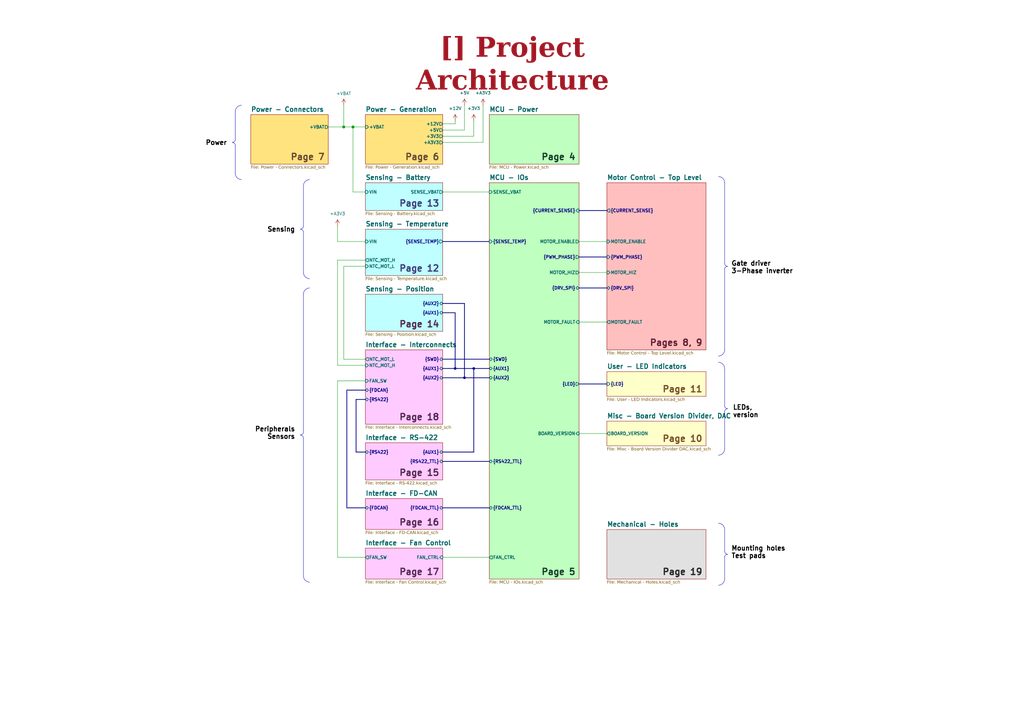
<source format=kicad_sch>
(kicad_sch (version 20230121) (generator eeschema)
  (paper "A3")
  (title_block (title "Project Architecture") (date "2023-11-25") (rev "${REVISION}") (company "${COMPANY}"))
  (lib_symbols
    (symbol "0_power_symbols:+A3V3" (power) (pin_names (offset 0))
      (property "Value" "+A3V3" (at 0 3.556 0))
      (symbol "+A3V3_0_1"
        (polyline (pts (xy -0.762 1.27) (xy 0 2.54)))
        (polyline (pts (xy 0 0) (xy 0 2.54)))
        (polyline (pts (xy 0 2.54) (xy 0.762 1.27)))
      )
      (symbol "+A3V3_1_1"
        (pin power_in line (at 0 0 90) (length 0) hide (name "+A3V3") (number "1"))
      )
    )
    (symbol "0_power_symbols:+VBAT" (power) (pin_names (offset 0))
      (property "Value" "+VBAT" (at 0 3.556 0))
      (symbol "+VBAT_0_1"
        (polyline (pts (xy -0.762 1.27) (xy 0 2.54)))
        (polyline (pts (xy 0 0) (xy 0 2.54)))
        (polyline (pts (xy 0 2.54) (xy 0.762 1.27)))
      )
      (symbol "+VBAT_1_1"
        (pin power_in line (at 0 0 90) (length 0) hide (name "+VBAT") (number "1"))
      )
    )
    (symbol "power:+12V" (power) (pin_names (offset 0))
      (property "Value" "+12V" (at 0 3.556 0))
      (symbol "+12V_0_1"
        (polyline (pts (xy -0.762 1.27) (xy 0 2.54)))
        (polyline (pts (xy 0 0) (xy 0 2.54)))
        (polyline (pts (xy 0 2.54) (xy 0.762 1.27)))
      )
      (symbol "+12V_1_1"
        (pin power_in line (at 0 0 90) (length 0) hide (name "+12V") (number "1"))
      )
    )
    (symbol "power:+3V3" (power) (pin_names (offset 0))
      (property "Value" "+3V3" (at 0 3.556 0))
      (symbol "+3V3_0_1"
        (polyline (pts (xy -0.762 1.27) (xy 0 2.54)))
        (polyline (pts (xy 0 0) (xy 0 2.54)))
        (polyline (pts (xy 0 2.54) (xy 0.762 1.27)))
      )
      (symbol "+3V3_1_1"
        (pin power_in line (at 0 0 90) (length 0) hide (name "+3V3") (number "1"))
      )
    )
    (symbol "power:+5V" (power) (pin_names (offset 0))
      (property "Value" "+5V" (at 0 3.556 0))
      (symbol "+5V_0_1"
        (polyline (pts (xy -0.762 1.27) (xy 0 2.54)))
        (polyline (pts (xy 0 0) (xy 0 2.54)))
        (polyline (pts (xy 0 2.54) (xy 0.762 1.27)))
      )
      (symbol "+5V_1_1"
        (pin power_in line (at 0 0 90) (length 0) hide (name "+5V") (number "1"))
      )
    )
  )
  (junction (at 194.31 151.13))
  (junction (at 140.97 52.07) (diameter 1.016))
  (junction (at 190.5 154.94))
  (junction (at 186.69 151.13))
  (junction (at 144.78 52.07) (diameter 1.016))
  (bus (pts (xy 194.31 151.13) (xy 194.31 185.42)))
  (wire (pts (xy 181.61 58.42) (xy 198.12 58.42)))
  (polyline (pts (xy 96.52 59.69) (xy 96.52 71.12)))
  (bus (pts (xy 186.69 151.13) (xy 194.31 151.13)))
  (polyline (pts (xy 124.46 92.71) (xy 124.46 76.2)))
  (polyline (pts (xy 297.18 166.37) (xy 297.18 151.13)))
  (bus (pts (xy 186.69 151.13) (xy 186.69 128.27)))
  (polyline (pts (xy 124.46 179.705) (xy 124.46 236.22)))
  (wire (pts (xy 140.97 43.18) (xy 140.97 52.07)))
  (polyline (pts (xy 124.46 120.65) (xy 124.46 177.165)))
  (polyline (pts (xy 96.52 57.15) (xy 96.52 45.72)))
  (bus (pts (xy 190.5 154.94) (xy 200.66 154.94)))
  (wire (pts (xy 186.69 49.53) (xy 186.69 50.8)))
  (polyline (pts (xy 297.18 217.17) (xy 297.18 226.06)))
  (bus (pts (xy 181.61 151.13) (xy 186.69 151.13)))
  (wire (pts (xy 237.49 177.8) (xy 248.92 177.8)))
  (polyline (pts (xy 297.18 110.49) (xy 297.18 143.51)))
  (wire (pts (xy 134.62 52.07) (xy 140.97 52.07)))
  (bus (pts (xy 146.05 185.42) (xy 149.86 185.42)))
  (wire (pts (xy 194.31 49.53) (xy 194.31 55.88)))
  (wire (pts (xy 190.5 43.18) (xy 190.5 53.34)))
  (wire (pts (xy 140.97 109.22) (xy 149.86 109.22)))
  (bus (pts (xy 146.05 163.83) (xy 146.05 185.42)))
  (bus (pts (xy 142.24 160.02) (xy 149.86 160.02)))
  (bus (pts (xy 149.86 208.28) (xy 142.24 208.28)))
  (polyline (pts (xy 124.46 95.25) (xy 124.46 111.76)))
  (wire (pts (xy 149.86 149.86) (xy 138.43 149.86)))
  (wire (pts (xy 198.12 43.18) (xy 198.12 58.42)))
  (bus (pts (xy 237.49 86.36) (xy 248.92 86.36)))
  (polyline (pts (xy 297.18 168.91) (xy 297.18 184.15)))
  (wire (pts (xy 144.78 52.07) (xy 144.78 78.74)))
  (wire (pts (xy 237.49 111.76) (xy 248.92 111.76)))
  (bus (pts (xy 190.5 124.46) (xy 181.61 124.46)))
  (wire (pts (xy 181.61 78.74) (xy 200.66 78.74)))
  (bus (pts (xy 181.61 147.32) (xy 200.66 147.32)))
  (wire (pts (xy 237.49 99.06) (xy 248.92 99.06)))
  (wire (pts (xy 144.78 52.07) (xy 149.86 52.07)))
  (bus (pts (xy 194.31 151.13) (xy 200.66 151.13)))
  (wire (pts (xy 138.43 92.71) (xy 138.43 99.06)))
  (bus (pts (xy 181.61 154.94) (xy 190.5 154.94)))
  (bus (pts (xy 237.49 105.41) (xy 248.92 105.41)))
  (wire (pts (xy 140.97 147.32) (xy 140.97 109.22)))
  (bus (pts (xy 181.61 99.06) (xy 200.66 99.06)))
  (wire (pts (xy 149.86 147.32) (xy 140.97 147.32)))
  (wire (pts (xy 181.61 55.88) (xy 194.31 55.88)))
  (polyline (pts (xy 297.18 74.93) (xy 297.18 107.95)))
  (bus (pts (xy 190.5 154.94) (xy 190.5 124.46)))
  (wire (pts (xy 138.43 156.21) (xy 138.43 228.6)))
  (bus (pts (xy 237.49 157.48) (xy 248.92 157.48)))
  (bus (pts (xy 149.86 163.83) (xy 146.05 163.83)))
  (wire (pts (xy 186.69 50.8) (xy 181.61 50.8)))
  (wire (pts (xy 181.61 53.34) (xy 190.5 53.34)))
  (wire (pts (xy 144.78 78.74) (xy 149.86 78.74)))
  (bus (pts (xy 181.61 189.23) (xy 200.66 189.23)))
  (wire (pts (xy 138.43 228.6) (xy 149.86 228.6)))
  (wire (pts (xy 181.61 228.6) (xy 200.66 228.6)))
  (bus (pts (xy 181.61 185.42) (xy 194.31 185.42)))
  (wire (pts (xy 140.97 52.07) (xy 144.78 52.07)))
  (polyline (pts (xy 297.18 228.6) (xy 297.18 237.49)))
  (bus (pts (xy 142.24 160.02) (xy 142.24 208.28)))
  (wire (pts (xy 237.49 132.08) (xy 248.92 132.08)))
  (bus (pts (xy 186.69 128.27) (xy 181.61 128.27)))
  (wire (pts (xy 149.86 156.21) (xy 138.43 156.21)))
  (bus (pts (xy 181.61 208.28) (xy 200.66 208.28)))
  (wire (pts (xy 138.43 99.06) (xy 149.86 99.06)))
  (bus (pts (xy 237.49 118.11) (xy 248.92 118.11)))
  (wire (pts (xy 138.43 106.68) (xy 149.86 106.68)))
  (wire (pts (xy 138.43 149.86) (xy 138.43 106.68)))
  (arc (start 96.52 45.72) (mid 97.2639 43.9239) (end 99.06 43.18))
  (arc (start 297.2 237.47) (mid 296.4561 239.2661) (end 294.66 240.01))
  (arc (start 297.2 143.49) (mid 296.4561 145.2861) (end 294.66 146.03))
  (arc (start 127 238.76) (mid 125.2098 238.0102) (end 124.46 236.22))
  (arc (start 298.45 109.22) (mid 297.5549 108.8451) (end 297.18 107.95))
  (arc (start 124.46 92.71) (mid 124.0851 93.6051) (end 123.19 93.98))
  (arc (start 297.18 110.49) (mid 297.5549 109.5949) (end 298.45 109.22))
  (arc (start 298.45 167.64) (mid 297.5549 167.2651) (end 297.18 166.37))
  (arc (start 297.18 184.15) (mid 296.4361 185.9461) (end 294.64 186.69))
  (arc (start 124.46 177.165) (mid 124.0834 178.0569) (end 123.19 178.435))
  (arc (start 297.2 228.58) (mid 297.5749 227.6849) (end 298.47 227.31))
  (arc (start 124.46 120.65) (mid 125.2039 118.8539) (end 127 118.11))
  (arc (start 99.06 73.66) (mid 97.2698 72.9102) (end 96.52 71.12))
  (arc (start 95.25 58.42) (mid 96.1451 58.7949) (end 96.52 59.69))
  (arc (start 123.19 93.98) (mid 124.0851 94.3549) (end 124.46 95.25))
  (arc (start 294.64 72.39) (mid 296.4302 73.1398) (end 297.18 74.93))
  (arc (start 298.47 227.31) (mid 297.5749 226.9351) (end 297.2 226.04))
  (arc (start 123.19 178.435) (mid 124.0869 178.8096) (end 124.46 179.705))
  (arc (start 297.18 168.91) (mid 297.5549 168.0149) (end 298.45 167.64))
  (arc (start 127 114.3) (mid 125.2098 113.5502) (end 124.46 111.76))
  (arc (start 124.46 76.2) (mid 125.2039 74.4039) (end 127 73.66))
  (arc (start 294.64 148.59) (mid 296.4302 149.3398) (end 297.18 151.13))
  (arc (start 96.52 57.15) (mid 96.1451 58.0451) (end 95.25 58.42))
  (arc (start 294.66 214.61) (mid 296.4502 215.3598) (end 297.2 217.15))
  (text_box "Power" (at 81.28 55.88 0) (size 13.335 5.08) (stroke (width -0.0001)) (effects (font (size 1.905 1.905) (thickness 0.381) bold) (justify right top)))
  (text_box "Peripherals\nSensors" (at 102.87 173.355 0) (size 19.685 10.16) (stroke (width -0.0001)) (effects (font (size 1.905 1.905) (thickness 0.381) bold) (justify right top)))
  (text_box "Sensing" (at 109.22 91.44 0) (size 13.335 5.08) (stroke (width -0.0001)) (effects (font (size 1.905 1.905) (thickness 0.381) bold) (justify right top)))
  (text_box "[${#}] ${TITLE}" (at 144.78 20.32 0) (size 130.81 12.7) (stroke (width -0.0001)) (effects (font (size 8 8) (thickness 1.2) bold)))
  (text_box "LEDs, version" (at 299.085 164.465 0) (size 13.335 7.62) (stroke (width -0.0001)) (effects (font (size 1.905 1.905) (thickness 0.381) bold) (justify left top)))
  (text_box "Mounting holes\nTest pads" (at 298.45 222.25 0) (size 26.015 10.18) (stroke (width -0.0001)) (effects (font (size 1.905 1.905) (thickness 0.381) bold) (justify left top)))
  (text_box "Gate driver\n3-Phase inverter" (at 298.45 105.41 0) (size 29.21 10.16) (stroke (width -0.0001)) (effects (font (size 1.905 1.905) (thickness 0.381) bold) (justify left top)))
  (text "Page 18" (at 180.34 172.72 0) (effects (font (size 2.54 2.54) bold) (justify right bottom)))
  (text "Page 13" (at 180.34 85.09 0) (effects (font (size 2.54 2.54) bold) (justify right bottom)))
  (text "Page 16" (at 180.34 215.9 0) (effects (font (size 2.54 2.54) bold) (justify right bottom)))
  (text "Page 12" (at 180.34 111.76 0) (effects (font (size 2.54 2.54) bold) (justify right bottom)))
  (text "Page 10" (at 288.29 181.61 0) (effects (font (size 2.54 2.54) bold) (justify right bottom)))
  (text "Page 7" (at 133.35 66.04 0) (effects (font (size 2.54 2.54) bold) (justify right bottom)))
  (text "Page 17" (at 180.34 236.22 0) (effects (font (size 2.54 2.54) bold) (justify right bottom)))
  (text "Pages 8, 9" (at 288.29 142.24 0) (effects (font (size 2.54 2.54) bold) (justify right bottom)))
  (text "Page 11" (at 288.29 161.29 0) (effects (font (size 2.54 2.54) bold) (justify right bottom)))
  (text "Page 6" (at 180.34 66.04 0) (effects (font (size 2.54 2.54) bold) (justify right bottom)))
  (text "Page 14" (at 180.34 134.62 0) (effects (font (size 2.54 2.54) bold) (justify right bottom)))
  (text "Page 4" (at 236.22 66.04 0) (effects (font (size 2.54 2.54) bold) (justify right bottom)))
  (text "Page 19" (at 288.29 236.22 0) (effects (font (size 2.54 2.54) bold) (justify right bottom)))
  (text "Page 5" (at 236.22 236.22 0) (effects (font (size 2.54 2.54) bold) (justify right bottom)))
  (text "Page 15" (at 180.34 195.58 0) (effects (font (size 2.54 2.54) bold) (justify right bottom)))
  (symbol (lib_id "0_power_symbols:+A3V3") (at 198.12 43.18 0) (unit 1)
    (property "Reference" "#PWR06" (effects hide))
    (property "Value" "+A3V3" (at 198.12 38.1 0))
  )
  (symbol (lib_id "power:+5V") (at 190.5 43.18 0) (unit 1)
    (property "Reference" "#PWR04" (effects hide))
    (property "Value" "+5V" (at 190.5 38.1 0))
  )
  (symbol (lib_id "0_power_symbols:+A3V3") (at 138.43 92.71 0) (unit 1)
    (property "Reference" "#PWR01" (effects hide))
    (property "Value" "+A3V3" (at 138.43 87.63 0))
  )
  (symbol (lib_id "power:+3V3") (at 194.31 49.53 0) (unit 1)
    (property "Reference" "#PWR05" (effects hide))
    (property "Value" "+3V3" (at 194.31 44.45 0))
  )
  (symbol (lib_id "power:+12V") (at 186.69 49.53 0) (unit 1)
    (property "Reference" "#PWR075" (effects hide))
    (property "Value" "+12V" (at 186.69 44.45 0))
    (instances (project "bldc_controller" (path "" (reference "#PWR075") (unit 1)) (path "" (reference "#PWR03") (unit 1))))
  )
  (symbol (lib_id "0_power_symbols:+VBAT") (at 140.97 43.18 0) (unit 1)
    (property "Reference" "#PWR02" (effects hide))
    (property "Value" "+VBAT" (at 140.97 38.354 0))
  )
  (sheet (at 248.92 172.72) (size 40.64 10.16) (stroke (width 0.1524)) (fill (color 255 255 150 0.5000))
    (property "Sheetname" "Misc - Board Version Divider, DAC" (at 248.92 171.6909 0) (effects (font (size 1.905 1.905) bold) (justify left bottom)))
    (property "Sheetfile" "Misc - Board Version Divider DAC.kicad_sch" (at 248.92 183.4646 0) (effects (justify left top)))
    (pin "BOARD_VERSION" output (at 248.92 177.8 180) (effects (font (thickness 0.254) bold)))
  )
  (sheet (at 248.92 152.4) (size 40.64 10.16) (stroke (width 0.1524)) (fill (color 255 255 150 0.5000))
    (property "Sheetname" "User - LED Indicators" (at 248.92 151.3709 0) (effects (font (size 1.905 1.905) bold) (justify left bottom)))
    (property "Sheetfile" "User - LED Indicators.kicad_sch" (at 248.92 163.1446 0) (effects (justify left top)))
    (pin "{LED}" input (at 248.92 157.48 180) (effects (font (thickness 0.254) bold)))
  )
  (sheet (at 149.86 74.93) (size 31.75 11.43) (stroke (width 0.1524)) (fill (color 128 255 255 0.5000))
    (property "Sheetname" "Sensing - Battery" (at 149.86 73.9009 0) (effects (font (size 1.905 1.905) bold) (justify left bottom)))
    (property "Sheetfile" "Sensing - Battery.kicad_sch" (at 149.86 86.9446 0) (effects (justify left top)))
    (pin "VIN" input (at 149.86 78.74 180) (effects (font (thickness 0.254) bold)))
    (pin "SENSE_VBAT" output (at 181.61 78.74 0) (effects (font (thickness 0.254) bold)))
  )
  (sheet (at 248.92 74.93) (size 40.64 68.58) (stroke (width 0.1524)) (fill (color 255 128 128 0.5000))
    (property "Sheetname" "Motor Control - Top Level" (at 248.92 73.9009 0) (effects (font (size 1.905 1.905) bold) (justify left bottom)))
    (property "Sheetfile" "Motor Control - Top Level.kicad_sch" (at 248.92 144.0946 0) (effects (justify left top)))
    (pin "MOTOR_FAULT" output (at 248.92 132.08 180) (effects (font (thickness 0.254) bold)))
    (pin "MOTOR_HIZ" input (at 248.92 111.76 180) (effects (font (thickness 0.254) bold)))
    (pin "{DRV_SPI}" bidirectional (at 248.92 118.11 180) (effects (font (thickness 0.254) bold)))
    (pin "MOTOR_ENABLE" input (at 248.92 99.06 180) (effects (font (thickness 0.254) bold)))
    (pin "{PWM_PHASE}" input (at 248.92 105.41 180) (effects (font (thickness 0.254) bold)))
    (pin "{CURRENT_SENSE}" output (at 248.92 86.36 180) (effects (font (thickness 0.254) bold)))
  )
  (sheet (at 200.66 46.99) (size 36.83 20.32) (stroke (width 0.1524)) (fill (color 128 255 128 0.5000))
    (property "Sheetname" "MCU - Power" (at 200.66 45.9609 0) (effects (font (size 1.905 1.905) bold) (justify left bottom)))
    (property "Sheetfile" "MCU - Power.kicad_sch" (at 200.66 67.8946 0) (effects (justify left top)))
  )
  (sheet (at 102.87 46.99) (size 31.75 20.32) (stroke (width 0.1524)) (fill (color 255 200 0 0.5000))
    (property "Sheetname" "Power - Connectors" (at 102.87 45.9609 0) (effects (font (size 1.905 1.905) bold) (justify left bottom)))
    (property "Sheetfile" "Power - Connectors.kicad_sch" (at 102.87 67.8946 0) (effects (justify left top)))
    (pin "+VBAT" output (at 134.62 52.07 0) (effects (font (thickness 0.254) bold)))
  )
  (sheet (at 149.86 204.47) (size 31.75 12.7) (stroke (width 0.1524)) (fill (color 255 150 255 0.5000))
    (property "Sheetname" "Interface - FD-CAN" (at 149.86 203.4409 0) (effects (font (size 1.905 1.905) bold) (justify left bottom)))
    (property "Sheetfile" "Interface - FD-CAN.kicad_sch" (at 149.86 217.7546 0) (effects (justify left top)))
    (pin "{FDCAN_TTL}" bidirectional (at 181.61 208.28 0) (effects (font (thickness 0.254) bold)))
    (pin "{FDCAN}" bidirectional (at 149.86 208.28 180) (effects (font (thickness 0.254) bold)))
  )
  (sheet (at 149.86 120.65) (size 31.75 15.24) (stroke (width 0.1524)) (fill (color 128 255 255 0.5020))
    (property "Sheetname" "Sensing - Position" (at 149.86 119.6209 0) (effects (font (size 1.905 1.905) bold) (justify left bottom)))
    (property "Sheetfile" "Sensing - Position.kicad_sch" (at 149.86 136.4746 0) (effects (justify left top)))
    (pin "{AUX1}" bidirectional (at 181.61 128.27 0) (effects (font (thickness 0.254) bold)))
    (pin "{AUX2}" bidirectional (at 181.61 124.46 0) (effects (font (thickness 0.254) bold)))
  )
  (sheet (at 149.86 181.61) (size 31.75 15.24) (stroke (width 0.1524)) (fill (color 255 150 255 0.5000))
    (property "Sheetname" "Interface - RS-422" (at 149.86 180.5809 0) (effects (font (size 1.905 1.905) bold) (justify left bottom)))
    (property "Sheetfile" "Interface - RS-422.kicad_sch" (at 149.86 197.4346 0) (effects (justify left top)))
    (pin "{RS422_TTL}" bidirectional (at 181.61 189.23 0) (effects (font (thickness 0.254) bold)))
    (pin "{RS422}" bidirectional (at 149.86 185.42 180) (effects (font (thickness 0.254) bold)))
    (pin "{AUX1}" bidirectional (at 181.61 185.42 0) (effects (font (thickness 0.254) bold)))
  )
  (sheet (at 149.86 224.79) (size 31.75 12.7) (stroke (width 0.1524)) (fill (color 255 150 255 0.5020))
    (property "Sheetname" "Interface - Fan Control" (at 149.86 223.7609 0) (effects (font (size 1.905 1.905) bold) (justify left bottom)))
    (property "Sheetfile" "Interface - Fan Control.kicad_sch" (at 149.86 238.0746 0) (effects (justify left top)))
    (pin "FAN_CTRL" input (at 181.61 228.6 0) (effects (font (thickness 0.254) bold)))
    (pin "FAN_SW" output (at 149.86 228.6 180) (effects (font (thickness 0.254) bold)))
  )
  (sheet (at 149.86 46.99) (size 31.75 20.32) (stroke (width 0.1524)) (fill (color 255 200 0 0.5000))
    (property "Sheetname" "Power - Generation" (at 149.86 45.9609 0) (effects (font (size 1.905 1.905) bold) (justify left bottom)))
    (property "Sheetfile" "Power - Generation.kicad_sch" (at 149.86 67.8946 0) (effects (justify left top)))
    (pin "+VBAT" input (at 149.86 52.07 180) (effects (font (thickness 0.254) bold)))
    (pin "+5V" output (at 181.61 53.34 0) (effects (font (thickness 0.254) bold)))
    (pin "+3V3" output (at 181.61 55.88 0) (effects (font (thickness 0.254) bold)))
    (pin "+12V" output (at 181.61 50.8 0) (effects (font (thickness 0.254) bold)))
    (pin "+A3V3" output (at 181.61 58.42 0) (effects (font (thickness 0.254) bold)))
  )
  (sheet (at 248.92 217.17) (size 40.64 20.32) (stroke (width 0.1524)) (fill (color 0 0 0 0.1200))
    (property "Sheetname" "Mechanical - Holes" (at 248.92 216.1409 0) (effects (font (size 1.905 1.905) bold) (justify left bottom)))
    (property "Sheetfile" "Mechanical - Holes.kicad_sch" (at 248.92 238.0746 0) (effects (justify left top)))
  )
  (sheet (at 149.86 143.51) (size 31.75 30.48) (stroke (width 0.1524)) (fill (color 255 150 255 0.5000))
    (property "Sheetname" "Interface - Interconnects" (at 149.86 142.4809 0) (effects (font (size 1.905 1.905) bold) (justify left bottom)))
    (property "Sheetfile" "Interface - Interconnects.kicad_sch" (at 149.86 174.5746 0) (effects (justify left top)))
    (pin "NTC_MOT_H" input (at 149.86 149.86 180) (effects (font (thickness 0.254) bold)))
    (pin "NTC_MOT_L" output (at 149.86 147.32 180) (effects (font (thickness 0.254) bold)))
    (pin "{AUX2}" bidirectional (at 181.61 154.94 0) (effects (font (thickness 0.254) bold)))
    (pin "{AUX1}" bidirectional (at 181.61 151.13 0) (effects (font (thickness 0.254) bold)))
    (pin "{FDCAN}" bidirectional (at 149.86 160.02 180) (effects (font (thickness 0.254) bold)))
    (pin "{SWD}" bidirectional (at 181.61 147.32 0) (effects (font (thickness 0.254) bold)))
    (pin "{RS422}" bidirectional (at 149.86 163.83 180) (effects (font (thickness 0.254) bold)))
    (pin "FAN_SW" input (at 149.86 156.21 180) (effects (font (thickness 0.254) bold)))
  )
  (sheet (at 200.66 74.93) (size 36.83 162.56) (stroke (width 0.1524)) (fill (color 128 255 128 0.5000))
    (property "Sheetname" "MCU - IOs" (at 200.66 73.9009 0) (effects (font (size 1.905 1.905) bold) (justify left bottom)))
    (property "Sheetfile" "MCU - IOs.kicad_sch" (at 200.66 238.0746 0) (effects (justify left top)))
    (pin "{RS422_TTL}" bidirectional (at 200.66 189.23 180) (effects (font (thickness 0.254) bold)))
    (pin "{SWD}" bidirectional (at 200.66 147.32 180) (effects (font (thickness 0.254) bold)))
    (pin "{LED}" output (at 237.49 157.48 0) (effects (font (thickness 0.254) bold)))
    (pin "BOARD_VERSION" input (at 237.49 177.8 0) (effects (font (thickness 0.254) bold)))
    (pin "MOTOR_FAULT" input (at 237.49 132.08 0) (effects (font (thickness 0.254) bold)))
    (pin "MOTOR_ENABLE" output (at 237.49 99.06 0) (effects (font (thickness 0.254) bold)))
    (pin "MOTOR_HIZ" output (at 237.49 111.76 0) (effects (font (thickness 0.254) bold)))
    (pin "{CURRENT_SENSE}" input (at 237.49 86.36 0) (effects (font (thickness 0.254) bold)))
    (pin "{PWM_PHASE}" output (at 237.49 105.41 0) (effects (font (thickness 0.254) bold)))
    (pin "{DRV_SPI}" bidirectional (at 237.49 118.11 0) (effects (font (thickness 0.254) bold)))
    (pin "{AUX1}" bidirectional (at 200.66 151.13 180) (effects (font (thickness 0.254) bold)))
    (pin "{AUX2}" bidirectional (at 200.66 154.94 180) (effects (font (thickness 0.254) bold)))
    (pin "{FDCAN_TTL}" bidirectional (at 200.66 208.28 180) (effects (font (thickness 0.254) bold)))
    (pin "{SENSE_TEMP}" input (at 200.66 99.06 180) (effects (font (thickness 0.254) bold)))
    (pin "SENSE_VBAT" input (at 200.66 78.74 180) (effects (font (thickness 0.254) bold)))
    (pin "FAN_CTRL" output (at 200.66 228.6 180) (effects (font (thickness 0.254) bold)))
  )
  (sheet (at 149.86 93.98) (size 31.75 19.05) (stroke (width 0.1524)) (fill (color 128 255 255 0.5000))
    (property "Sheetname" "Sensing - Temperature" (at 149.86 92.9509 0) (effects (font (size 1.905 1.905) bold) (justify left bottom)))
    (property "Sheetfile" "Sensing - Temperature.kicad_sch" (at 149.86 113.6146 0) (effects (justify left top)))
    (pin "VIN" input (at 149.86 99.06 180) (effects (font (thickness 0.254) bold)))
    (pin "NTC_MOT_L" input (at 149.86 109.22 180) (effects (font (thickness 0.254) bold)))
    (pin "NTC_MOT_H" output (at 149.86 106.68 180) (effects (font (thickness 0.254) bold)))
    (pin "{SENSE_TEMP}" output (at 181.61 99.06 0) (effects (font (thickness 0.254) bold)))
  )
)
</source>
